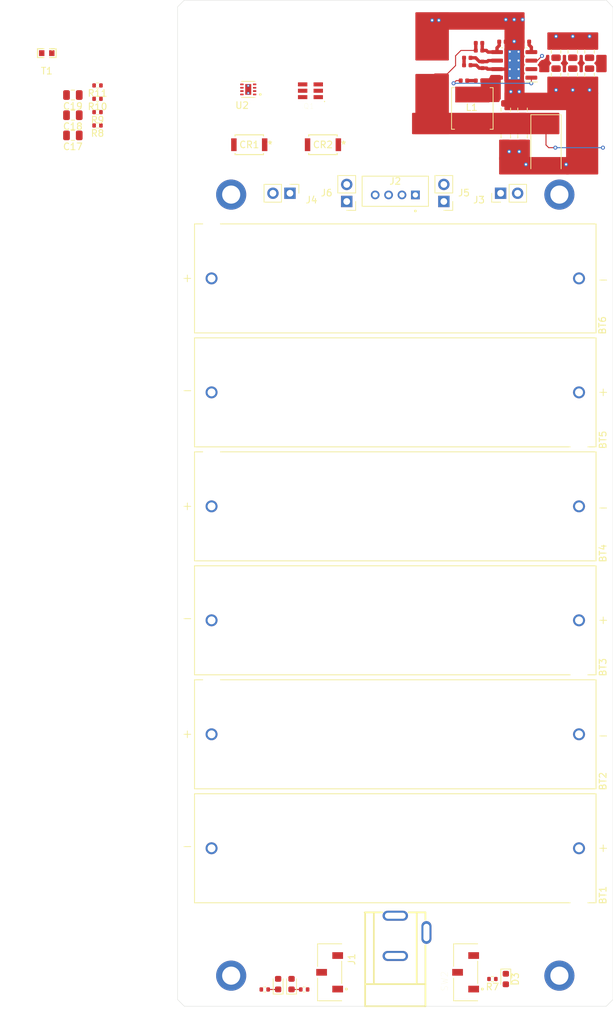
<source format=kicad_pcb>
(kicad_pcb (version 20240108) (generator "pcbnew") (generator_version "8.0")
  (title_block (title "NB3 Charger PCB") (date "2025-01-20") (rev "0.0.0") (company "Voight-Kampff"))
  (layers (0 "F.Cu" signal) (31 "B.Cu" power) (34 "B.Paste" user) (35 "F.Paste" user) (36 "B.SilkS" user "B.Silkscreen") (37 "F.SilkS" user "F.Silkscreen") (38 "B.Mask" user) (39 "F.Mask" user) (44 "Edge.Cuts" user))
  (net 0 "")
  (net 1 "GND")
  (net 2 "Net-(C7-Pad1)")
  (net 3 "+5V")
  (net 4 "Net-(C10-Pad1)")
  (net 5 "+12V")
  (net 6 "Net-(U1-BST)")
  (net 7 "Net-(U1-SS)")
  (net 8 "Net-(U1-COMP)")
  (net 9 "Net-(U1-FB)")
  (net 10 "Net-(D1-K)")
  (net 11 "Net-(D2-K)")
  (net 12 "Net-(U1-SW)")
  (net 13 "Net-(SW1-B)")
  (net 14 "+BATT")
  (net 15 "Net-(BT1-PadN)")
  (net 16 "Net-(BT2-PadN)")
  (net 17 "Net-(BT3-PadN)")
  (net 18 "Net-(BT4-PadN)")
  (net 19 "Net-(BT5-PadN)")
  (net 20 "VDC")
  (net 21 "Net-(Q1-G)")
  (net 22 "Net-(D3-K)")
  (net 23 "Net-(U2-STAT)")
  (net 24 "Net-(U2-VSET)")
  (net 25 "Net-(U2-ISET)")
  (net 26 "Net-(U2-TMR)")
  (net 27 "Net-(SW2-B)")
  (net 28 "Net-(SW2-A)")
  (footprint "NB3_charger:AA_Battery_Holder_1028" (layer "F.Cu") (at 108.500216 67.126746)
    (property "Reference" "BT6" (at 30.93 7 90) (layer "F.SilkS"))
    (property "Value" "1028")
    (pad "" np_thru_hole circle (at -27.43 -7.09) (size 1.98 1.98) (drill 1.98) (layers "*.Cu" "*.Mask"))
    (pad "N" thru_hole circle (at 27.43 0) (size 1.785 1.785) (drill 1.19) (layers "*.Cu" "*.Mask") (net 1 "GND"))
    (pad "P" thru_hole circle (at -27.43 0) (size 1.785 1.785) (drill 1.19) (layers "*.Cu" "*.Mask") (net 19 "Net-(BT5-PadN)"))
  )
  (footprint "Connector_PinHeader_2.54mm:PinHeader_1x02_P2.54mm_Vertical" (layer "F.Cu") (at 92.775216 54.426746 -90)
    (property "Reference" "J4" (at 1 -3.225 360) (layer "F.SilkS"))
    (property "Value" "Conn_01x02_Pin")
    (pad "1" thru_hole rect (at 0 0 270) (size 1.7 1.7) (drill 1) (layers "*.Cu" "*.Mask") (net 1 "GND"))
    (pad "2" thru_hole oval (at 0 2.54 270) (size 1.7 1.7) (drill 1) (layers "*.Cu" "*.Mask") (net 3 "+5V"))
  )
  (footprint "Capacitor_SMD:C_0805_2012Metric" (layer "F.Cu") (at 125.000216 41.964246 90)
    (property "Reference" "C12" (hide yes))
    (property "Value" "10uF")
    (pad "1" smd roundrect (at -0.9375 0 90) (size 0.975 1.4) (layers "F.Cu" "F.Paste" "F.Mask") (net 3 "+5V"))
    (pad "2" smd roundrect (at 0.9375 0 90) (size 0.975 1.4) (layers "F.Cu" "F.Paste" "F.Mask") (net 1 "GND"))
  )
  (footprint "NB3_charger:Thermistor_NTC_NTCG163JF103FT1" (layer "F.Cu") (at 56.468926 33.524941 180)
    (property "Reference" "T1" (at 0 -2.660605 360) (layer "F.SilkS"))
    (property "Value" "NTCG163JF103FT1")
    (pad "1" smd rect (at -0.753366 0 180) (size 0.806477 0.864008) (layers "F.Cu" "F.Paste" "F.Mask") (net 28 "Net-(SW2-A)"))
    (pad "2" smd rect (at 0.753366 0 180) (size 0.806477 0.864008) (layers "F.Cu" "F.Paste" "F.Mask") (net 1 "GND"))
  )
  (footprint "Resistor_SMD:R_0402_1005Metric" (layer "F.Cu") (at 121.000216 37.626746 180)
    (property "Reference" "R2" (hide yes))
    (property "Value" "10R")
    (pad "1" smd roundrect (at -0.485 0 180) (size 0.59 0.64) (layers "F.Cu" "F.Paste" "F.Mask") (net 12 "Net-(U1-SW)"))
    (pad "2" smd roundrect (at 0.485 0 180) (size 0.59 0.64) (layers "F.Cu" "F.Paste" "F.Mask") (net 2 "Net-(C7-Pad1)"))
  )
  (footprint "Resistor_SMD:R_0402_1005Metric" (layer "F.Cu") (at 89.010216 173.1885 180)
    (property "Reference" "R6" (hide yes))
    (property "Value" "1.6k")
    (pad "1" smd roundrect (at -0.51 0 180) (size 0.54 0.64) (layers "F.Cu" "F.Paste" "F.Mask") (net 11 "Net-(D2-K)"))
    (pad "2" smd roundrect (at 0.51 0 180) (size 0.54 0.64) (layers "F.Cu" "F.Paste" "F.Mask") (net 1 "GND"))
  )
  (footprint "Capacitor_SMD:C_0805_2012Metric" (layer "F.Cu") (at 132.500216 36.776746 -90)
    (property "Reference" "C6" (hide yes))
    (property "Value" "10uF 35v")
    (pad "1" smd roundrect (at -0.9375 0 270) (size 0.975 1.4) (layers "F.Cu" "F.Paste" "F.Mask") (net 20 "VDC"))
    (pad "2" smd roundrect (at 0.9375 0 270) (size 0.975 1.4) (layers "F.Cu" "F.Paste" "F.Mask") (net 1 "GND"))
  )
  (footprint "LED_SMD:LED_0603_1608Metric" (layer "F.Cu") (at 91.010216 172.3885 90)
    (property "Reference" "D2" (hide yes))
    (property "Value" "LED (Red)")
    (pad "1" smd roundrect (at -0.7875 0 90) (size 0.875 0.95) (layers "F.Cu" "F.Paste" "F.Mask") (net 11 "Net-(D2-K)"))
    (pad "2" smd roundrect (at 0.7875 0 90) (size 0.875 0.95) (layers "F.Cu" "F.Paste" "F.Mask") (net 3 "+5V"))
  )
  (footprint "Capacitor_Tantalum_SMD:CP_EIA-7343-31_Kemet-D" (layer "F.Cu") (at 131.000216 47.126746 -90)
    (property "Reference" "C16" (hide yes))
    (property "Value" "100uF")
    (pad "1" smd roundrect (at -3.1125 0 270) (size 2.075 2.55) (layers "F.Cu" "F.Paste" "F.Mask") (roundrect_rratio 0.1204819277) (net 3 "+5V"))
    (pad "2" smd roundrect (at 3.1125 0 270) (size 2.075 2.55) (layers "F.Cu" "F.Paste" "F.Mask") (roundrect_rratio 0.1204819277) (net 1 "GND"))
  )
  (footprint "Connector_PinHeader_2.54mm:PinHeader_1x02_P2.54mm_Vertical" (layer "F.Cu") (at 115.750216 55.651746 180)
    (property "Reference" "J5" (at -3 1.275 360) (layer "F.SilkS"))
    (property "Value" "Conn_01x02_Pin")
    (pad "1" thru_hole rect (at 0 0 180) (size 1.7 1.7) (drill 1) (layers "*.Cu" "*.Mask") (net 1 "GND"))
    (pad "2" thru_hole oval (at 0 2.54 180) (size 1.7 1.7) (drill 1) (layers "*.Cu" "*.Mask") (net 20 "VDC"))
  )
  (footprint "NB3_charger:AA_Battery_Holder_1028" (layer "F.Cu") (at 108.500216 135.126746)
    (property "Reference" "BT2" (at 31 7 90) (layer "F.SilkS"))
    (property "Value" "1028")
    (pad "" np_thru_hole circle (at -27.43 -7.09) (size 1.98 1.98) (drill 1.98) (layers "*.Cu" "*.Mask"))
    (pad "N" thru_hole circle (at 27.43 0) (size 1.785 1.785) (drill 1.19) (layers "*.Cu" "*.Mask") (net 16 "Net-(BT2-PadN)"))
    (pad "P" thru_hole circle (at -27.43 0) (size 1.785 1.785) (drill 1.19) (layers "*.Cu" "*.Mask") (net 15 "Net-(BT1-PadN)"))
  )
  (footprint "MountingHole:MountingHole_2.7mm_M2.5_ISO7380_Pad" (layer "F.Cu") (at 133.000216 54.626746 180)
    (property "Reference" "H3" (hide yes))
    (property "Value" "MountingHole")
    (pad "" np_thru_hole circle (at 0 0 180) (size 4.5 4.5) (drill 2.7) (layers "F&B.Cu" "*.Mask"))
  )
  (footprint "MountingHole:MountingHole_2.7mm_M2.5_ISO7380_Pad" (layer "F.Cu") (at 84.000216 171.126746 180)
    (property "Reference" "H2" (hide yes))
    (property "Value" "MountingHole")
    (pad "" np_thru_hole circle (at 0 0 180) (size 4.5 4.5) (drill 2.7) (layers "F&B.Cu" "*.Mask"))
  )
  (footprint "Connector_PinHeader_2.54mm:PinHeader_1x02_P2.54mm_Vertical" (layer "F.Cu") (at 101.250216 55.651746 180)
    (property "Reference" "J6" (at 3 1.275 360) (layer "F.SilkS"))
    (property "Value" "Conn_01x02_Pin")
    (pad "1" thru_hole rect (at 0 0 180) (size 1.7 1.7) (drill 1) (layers "*.Cu" "*.Mask") (net 1 "GND"))
    (pad "2" thru_hole oval (at 0 2.54 180) (size 1.7 1.7) (drill 1) (layers "*.Cu" "*.Mask") (net 20 "VDC"))
  )
  (footprint "Capacitor_SMD:C_0805_2012Metric" (layer "F.Cu") (at 137.500216 36.776746 -90)
    (property "Reference" "C4" (hide yes))
    (property "Value" "10uF 35v")
    (pad "1" smd roundrect (at -0.9375 0 270) (size 0.975 1.4) (layers "F.Cu" "F.Paste" "F.Mask") (net 20 "VDC"))
    (pad "2" smd roundrect (at 0.9375 0 270) (size 0.975 1.4) (layers "F.Cu" "F.Paste" "F.Mask") (net 1 "GND"))
  )
  (footprint "Capacitor_SMD:C_0805_2012Metric" (layer "F.Cu") (at 127.500216 45.964246 -90)
    (property "Reference" "C14" (hide yes))
    (property "Value" "10uF")
    (pad "1" smd roundrect (at -0.9375 0 270) (size 0.975 1.4) (layers "F.Cu" "F.Paste" "F.Mask") (net 3 "+5V"))
    (pad "2" smd roundrect (at 0.9375 0 270) (size 0.975 1.4) (layers "F.Cu" "F.Paste" "F.Mask") (net 1 "GND"))
  )
  (footprint "Resistor_SMD:R_0402_1005Metric" (layer "F.Cu") (at 119.250216 34.226746 180)
    (property "Reference" "R3" (hide yes))
    (property "Value" "20K 1%")
    (pad "1" smd roundrect (at -0.485 0 180) (size 0.59 0.64) (layers "F.Cu" "F.Paste" "F.Mask") (net 8 "Net-(U1-COMP)"))
    (pad "2" smd roundrect (at 0.485 0 180) (size 0.59 0.64) (layers "F.Cu" "F.Paste" "F.Mask") (net 4 "Net-(C10-Pad1)"))
  )
  (footprint "NB3_charger:AA_Battery_Holder_1028" (layer "F.Cu") (at 108.500216 101.126746)
    (property "Reference" "BT4" (at 31 7 90) (layer "F.SilkS"))
    (property "Value" "1028")
    (pad "" np_thru_hole circle (at -27.43 -7.09) (size 1.98 1.98) (drill 1.98) (layers "*.Cu" "*.Mask"))
    (pad "N" thru_hole circle (at 27.43 0) (size 1.785 1.785) (drill 1.19) (layers "*.Cu" "*.Mask") (net 18 "Net-(BT4-PadN)"))
    (pad "P" thru_hole circle (at -27.43 0) (size 1.785 1.785) (drill 1.19) (layers "*.Cu" "*.Mask") (net 17 "Net-(BT3-PadN)"))
  )
  (footprint "NB3_charger:Switch_SPDT_SMD_Slide_JS102011JCQN" (layer "F.Cu") (at 119.000216 170.626746 90)
    (property "Reference" "SW2" (at -1.326325 -3.138175 90) (layer "F.SilkS") (effects (font (size 1.001016 1.001016) (thickness 0.015))))
    (property "Value" "SW_SPDT")
    (pad "1" smd rect (at -2.5 1.2 90) (size 1 1.6) (layers "F.Cu" "F.Paste" "F.Mask") (net 28 "Net-(SW2-A)"))
    (pad "2" smd rect (at 0 -1.2 90) (size 1 1.6) (layers "F.Cu" "F.Paste" "F.Mask") (net 27 "Net-(SW2-B)"))
    (pad "3" smd rect (at 2.5 1.2 90) (size 1 1.6) (layers "F.Cu" "F.Paste" "F.Mask") (net 1 "GND"))
  )
  (footprint "Resistor_SMD:R_0402_1005Metric" (layer "F.Cu") (at 94.900216 173.1885)
    (property "Reference" "R1" (hide yes))
    (property "Value" "5.6k")
    (pad "1" smd roundrect (at -0.51 0) (size 0.54 0.64) (layers "F.Cu" "F.Paste" "F.Mask") (net 10 "Net-(D1-K)"))
    (pad "2" smd roundrect (at 0.51 0) (size 0.54 0.64) (layers "F.Cu" "F.Paste" "F.Mask") (net 1 "GND"))
  )
  (footprint "NB3_charger:Barrel_Jack_TH_XUNPU_DC-005-A200" (layer "F.Cu") (at 110.825591 165.188373 90)
    (property "Reference" "J1" (at -3.499886 -8.825603 90) (layer "F.SilkS"))
    (property "Value" "Barrel_Jack-DC-5.5-2.1")
    (pad "1" thru_hole oval (at 3.000127 -2.325375 90) (size 1.5 3.8) (drill oval 0.900025 3.100178) (layers "*.Cu" "*.Mask") (net 5 "+12V"))
    (pad "2" thru_hole oval (at -3.000127 -2.325375 270) (size 1.5 3.8) (drill oval 0.900025 3.100178) (layers "*.Cu" "*.Mask") (net 1 "GND"))
    (pad "3" thru_hole oval (at 0.5 2.325375) (size 1.5 3.4) (drill oval 0.900025 2.599797) (layers "*.Cu" "*.Mask") (net 1 "GND"))
  )
  (footprint "Capacitor_SMD:C_0805_2012Metric" (layer "F.Cu") (at 60.365216 42.786746 180)
    (property "Reference" "C18" (at 0 -1.68 360) (layer "F.SilkS"))
    (property "Value" "10uF")
    (pad "1" smd roundrect (at -0.95 0 180) (size 1 1.45) (layers "F.Cu" "F.Paste" "F.Mask") (net 14 "+BATT"))
    (pad "2" smd roundrect (at 0.95 0 180) (size 1 1.45) (layers "F.Cu" "F.Paste" "F.Mask") (net 1 "GND"))
  )
  (footprint "NB3_charger:AA_Battery_Holder_1028" (layer "F.Cu") (at 108.500216 84.126746 180)
    (property "Reference" "BT5" (at -31 -7.09 90) (layer "F.SilkS"))
    (property "Value" "1028")
    (pad "" np_thru_hole circle (at -27.43 -7.09 180) (size 1.98 1.98) (drill 1.98) (layers "*.Cu" "*.Mask"))
    (pad "N" thru_hole circle (at 27.43 0 180) (size 1.785 1.785) (drill 1.19) (layers "*.Cu" "*.Mask") (net 19 "Net-(BT5-PadN)"))
    (pad "P" thru_hole circle (at -27.43 0 180) (size 1.785 1.785) (drill 1.19) (layers "*.Cu" "*.Mask") (net 18 "Net-(BT4-PadN)"))
  )
  (footprint "NB3_charger:Switch_SPDT_SMD_Slide_JS102011JCQN" (layer "F.Cu") (at 98.700216 170.626746 90)
    (property "Reference" "SW1" (hide yes))
    (property "Value" "SW_SPDT" (hide yes))
    (pad "1" smd rect (at -2.5 1.2 90) (size 1 1.6) (layers "F.Cu" "F.Paste" "F.Mask") (net 20 "VDC"))
    (pad "2" smd rect (at 0 -1.2 90) (size 1 1.6) (layers "F.Cu" "F.Paste" "F.Mask") (net 13 "Net-(SW1-B)"))
    (pad "3" smd rect (at 2.5 1.2 90) (size 1 1.6) (layers "F.Cu" "F.Paste" "F.Mask") (net 1 "GND"))
  )
  (footprint "Capacitor_SMD:C_0402_1005Metric" (layer "F.Cu") (at 119.250216 35.326746)
    (property "Reference" "C10" (hide yes))
    (property "Value" "1.2nF")
    (pad "1" smd roundrect (at -0.485 0) (size 0.59 0.64) (layers "F.Cu" "F.Paste" "F.Mask") (net 4 "Net-(C10-Pad1)"))
    (pad "2" smd roundrect (at 0.485 0) (size 0.59 0.64) (layers "F.Cu" "F.Paste" "F.Mask") (net 1 "GND"))
  )
  (footprint "Capacitor_SMD:C_0805_2012Metric" (layer "F.Cu") (at 137.500216 33.276746 90)
    (property "Reference" "C3" (hide yes))
    (property "Value" "10uF 35v")
    (pad "1" smd roundrect (at -0.9375 0 90) (size 0.975 1.4) (layers "F.Cu" "F.Paste" "F.Mask") (net 20 "VDC"))
    (pad "2" smd roundrect (at 0.9375 0 90) (size 0.975 1.4) (layers "F.Cu" "F.Paste" "F.Mask") (net 1 "GND"))
  )
  (footprint "Capacitor_SMD:C_0805_2012Metric" (layer "F.Cu") (at 60.365216 39.776746 180)
    (property "Reference" "C19" (at 0 -1.68 360) (layer "F.SilkS"))
    (property "Value" "10uF 35v")
    (pad "1" smd roundrect (at -0.95 0 180) (size 1 1.45) (layers "F.Cu" "F.Paste" "F.Mask") (net 5 "+12V"))
    (pad "2" smd roundrect (at 0.95 0 180) (size 1 1.45) (layers "F.Cu" "F.Paste" "F.Mask") (net 1 "GND"))
  )
  (footprint "Connector_PinHeader_2.54mm:PinHeader_1x02_P2.54mm_Vertical" (layer "F.Cu") (at 124.225216 54.426746 90)
    (property "Reference" "J3" (at -1 -3.225 360) (layer "F.SilkS"))
    (property "Value" "Conn_01x02_Pin")
    (pad "1" thru_hole rect (at 0 0 90) (size 1.7 1.7) (drill 1) (layers "*.Cu" "*.Mask") (net 1 "GND"))
    (pad "2" thru_hole oval (at 0 2.54 90) (size 1.7 1.7) (drill 1) (layers "*.Cu" "*.Mask") (net 3 "+5V"))
  )
  (footprint "Resistor_SMD:R_0402_1005Metric" (layer "F.Cu") (at 64.045216 38.346746 180)
    (property "Reference" "R11" (at 0 -1.17 360) (layer "F.SilkS"))
    (property "Value" "15K 1%")
    (pad "1" smd roundrect (at -0.51 0 180) (size 0.54 0.64) (layers "F.Cu" "F.Paste" "F.Mask") (net 21 "Net-(Q1-G)"))
    (pad "2" smd roundrect (at 0.51 0 180) (size 0.54 0.64) (layers "F.Cu" "F.Paste" "F.Mask") (net 1 "GND"))
  )
  (footprint "Capacitor_SMD:C_0805_2012Metric" (layer "F.Cu") (at 135.000216 33.276746 90)
    (property "Reference" "C1" (hide yes))
    (property "Value" "10uF 35v")
    (pad "1" smd roundrect (at -0.9375 0 90) (size 0.975 1.4) (layers "F.Cu" "F.Paste" "F.Mask") (net 20 "VDC"))
    (pad "2" smd roundrect (at 0.9375 0 90) (size 0.975 1.4) (layers "F.Cu" "F.Paste" "F.Mask") (net 1 "GND"))
  )
  (footprint "Capacitor_SMD:C_0805_2012Metric" (layer "F.Cu") (at 125.000216 45.964246 -90)
    (property "Reference" "C15" (hide yes))
    (property "Value" "10uF")
    (pad "1" smd roundrect (at -0.9375 0 270) (size 0.975 1.4) (layers "F.Cu" "F.Paste" "F.Mask") (net 3 "+5V"))
    (pad "2" smd roundrect (at 0.9375 0 270) (size 0.975 1.4) (layers "F.Cu" "F.Paste" "F.Mask") (net 1 "GND"))
  )
  (footprint "LED_SMD:LED_0603_1608Metric" (layer "F.Cu") (at 93.010216 172.3885 90)
    (property "Reference" "D1" (hide yes))
    (property "Value" "LED (Green)")
    (pad "1" smd roundrect (at -0.7875 0 90) (size 0.875 0.95) (layers "F.Cu" "F.Paste" "F.Mask") (net 10 "Net-(D1-K)"))
    (pad "2" smd roundrect (at 0.7875 0 90) (size 0.875 0.95) (layers "F.Cu" "F.Paste" "F.Mask") (net 5 "+12V"))
  )
  (footprint "Capacitor_SMD:C_0805_2012Metric" (layer "F.Cu") (at 135.000216 36.776746 -90)
    (property "Reference" "C5" (hide yes))
    (property "Value" "10uF 35v")
    (pad "1" smd roundrect (at -0.9375 0 270) (size 0.975 1.4) (layers "F.Cu" "F.Paste" "F.Mask") (net 20 "VDC"))
    (pad "2" smd roundrect (at 0.9375 0 270) (size 0.975 1.4) (layers "F.Cu" "F.Paste" "F.Mask") (net 1 "GND"))
  )
  (footprint "Capacitor_SMD:C_0402_1005Metric" (layer "F.Cu") (at 121.500216 35.276746 -90)
    (property "Reference" "C9" (hide yes))
    (property "Value" "1nF")
    (pad "1" smd roundrect (at -0.485 0 270) (size 0.59 0.64) (layers "F.Cu" "F.Paste" "F.Mask") (net 8 "Net-(U1-COMP)"))
    (pad "2" smd roundrect (at 0.485 0 270) (size 0.59 0.64) (layers "F.Cu" "F.Paste" "F.Mask") (net 1 "GND"))
  )
  (footprint "Resistor_SMD:R_0402_1005Metric" (layer "F.Cu") (at 64.045216 40.336746 180)
    (property "Reference" "R10" (at 0 -1.17 360) (layer "F.SilkS"))
    (property "Value" "15K 1%")
    (pad "1" smd roundrect (at -0.51 0 180) (size 0.54 0.64) (layers "F.Cu" "F.Paste" "F.Mask") (net 26 "Net-(U2-TMR)"))
    (pad "2" smd roundrect (at 0.51 0 180) (size 0.54 0.64) (layers "F.Cu" "F.Paste" "F.Mask") (net 1 "GND"))
  )
  (footprint "NB3_charger:AA_Battery_Holder_1028" (layer "F.Cu") (at 108.500216 152.126746 180)
    (property "Reference" "BT1" (at -31 -7 90) (layer "F.SilkS"))
    (property "Value" "1028")
    (pad "" np_thru_hole circle (at -27.43 -7.09 180) (size 1.98 1.98) (drill 1.98) (layers "*.Cu" "*.Mask"))
    (pad "N" thru_hole circle (at 27.43 0 180) (size 1.785 1.785) (drill 1.19) (layers "*.Cu" "*.Mask") (net 15 "Net-(BT1-PadN)"))
    (pad "P" thru_hole circle (at -27.43 0 180) (size 1.785 1.785) (drill 1.19) (layers "*.Cu" "*.Mask") (net 14 "+BATT"))
  )
  (footprint "MountingHole:MountingHole_2.7mm_M2.5_ISO7380_Pad" (layer "F.Cu") (at 84.000216 54.626746 180)
    (property "Reference" "H4" (hide yes))
    (property "Value" "MountingHole")
    (pad "" np_thru_hole circle (at 0 0 180) (size 4.5 4.5) (drill 2.7) (layers "F&B.Cu" "*.Mask"))
  )
  (footprint "Capacitor_SMD:C_0402_1005Metric" (layer "F.Cu") (at 118.750216 37.626746 180)
    (property "Reference" "C7" (hide yes))
    (property "Value" "100nF")
    (pad "1" smd roundrect (at -0.485 0 180) (size 0.59 0.64) (layers "F.Cu" "F.Paste" "F.Mask") (net 2 "Net-(C7-Pad1)"))
    (pad "2" smd roundrect (at 0.485 0 180) (size 0.59 0.64) (layers "F.Cu" "F.Paste" "F.Mask") (net 6 "Net-(U1-BST)"))
  )
  (footprint "Resistor_SMD:R_0402_1005Metric" (layer "F.Cu") (at 123.000216 171.626746 180)
    (property "Reference" "R7" (at 0 -1.17 360) (layer "F.SilkS"))
    (property "Value" "5.6k")
    (pad "1" smd roundrect (at -0.51 0 180) (size 0.54 0.64) (layers "F.Cu" "F.Paste" "F.Mask") (net 22 "Net-(D3-K)"))
    (pad "2" smd roundrect (at 0.51 0 180) (size 0.54 0.64) (layers "F.Cu" "F.Paste" "F.Mask") (net 23 "Net-(U2-STAT)"))
  )
  (footprint "Resistor_SMD:R_0402_1005Metric" (layer "F.Cu") (at 64.045216 44.316746 180)
    (property "Reference" "R8" (at 0 -1.17 360) (layer "F.SilkS"))
    (property "Value" "3.6K 1%")
    (pad "1" smd roundrect (at -0.51 0 180) (size 0.54 0.64) (layers "F.Cu" "F.Paste" "F.Mask") (net 24 "Net-(U2-VSET)"))
    (pad "2" smd roundrect (at 0.51 0 180) (size 0.54 0.64) (layers "F.Cu" "F.Paste" "F.Mask") (net 1 "GND"))
  )
  (footprint "NB3_charger:Schottky_PMEG3050EP,115" (layer "F.Cu") (at 86.701516 47.1885 180)
    (property "Reference" "CR1" (at 0 0 360) (layer "F.SilkS"))
    (property "Value" "Schottky_PMEG3050EP,115" (hide yes))
    (fp_text user "*" (at -3.0861 0 360) (layer "F.SilkS"))
    (fp_text user "*" (at -3.0861 0 360) (layer "F.SilkS"))
    (pad "1" smd rect (at -2.2987 0 180) (size 0.8128 1.905) (layers "F.Cu" "F.Paste" "F.Mask") (net 21 "Net-(Q1-G)"))
    (pad "2" smd rect (at 2.2987 0 180) (size 0.8128 1.905) (layers "F.Cu" "F.Paste" "F.Mask") (net 5 "+12V"))
  )
  (footprint "NB3_charger:NiMH_Charger_BQ25172DSGR" (layer "F.Cu") (at 86.550216 38.9385 180)
    (property "Reference" "U2" (at 0.925 -2.385 360) (layer "F.SilkS"))
    (property "Value" "BQ25172DSGR")
    (pad "1" smd roundrect (at -0.95 -0.75 180) (size 0.5 0.25) (layers "F.Cu" "F.Paste" "F.Mask") (roundrect_rratio 0.2) (net 5 "+12V"))
    (pad "2" smd roundrect (at -0.95 -0.25 180) (size 0.5 0.25) (layers "F.Cu" "F.Paste" "F.Mask") (roundrect_rratio 0.2) (net 25 "Net-(U2-ISET)"))
    (pad "3" smd roundrect (at -0.95 0.25 180) (size 0.5 0.25) (layers "F.Cu" "F.Paste" "F.Mask") (roundrect_rratio 0.2) (net 27 "Net-(SW2-B)"))
    (pad "4" smd roundrect (at -0.95 0.75 180) (size 0.5 0.25) (layers "F.Cu" "F.Paste" "F.Mask") (roundrect_rratio 0.2) (net 1 "GND"))
    (pad "5" smd roundrect (at 0.95 0.75 180) (size 0.5 0.25) (layers "F.Cu" "F.Paste" "F.Mask") (roundrect_rratio 0.2) (net 23 "Net-(U2-STAT)"))
    (pad "6" smd roundrect (at 0.95 0.25 180) (size 0.5 0.25) (layers "F.Cu" "F.Paste" "F.Mask") (roundrect_rratio 0.2) (net 26 "Net-(U2-TMR)"))
    (pad "7" smd roundrect (at 0.95 -0.25 180) (size 0.5 0.25) (layers "F.Cu" "F.Paste" "F.Mask") (roundrect_rratio 0.2) (net 24 "Net-(U2-VSET)"))
    (pad "8" smd roundrect (at 0.95 -0.75 180) (size 0.5 0.25) (layers "F.Cu" "F.Paste" "F.Mask") (roundrect_rratio 0.2) (net 14 "+BATT"))
    (pad "9" smd roundrect (at 0 0 180) (size 0.9 1.6) (layers "F.Cu" "F.Mask") (roundrect_rratio 0.06) (net 1 "GND"))
    (pad "10" thru_hole circle (at 0 -0.55 180) (size 0.4 0.4) (drill 0.2) (layers "*.Cu"))
    (pad "11" thru_hole circle (at 0 0.55 180) (size 0.4 0.4) (drill 0.2) (layers "*.Cu"))
  )
  (footprint "MountingHole:MountingHole_2.7mm_M2.5_ISO7380_Pad" (layer "F.Cu") (at 133.000216 171.126746 180)
    (property "Reference" "H1" (hide yes))
    (property "Value" "MountingHole")
    (pad "" np_thru_hole circle (at 0 0 180) (size 4.5 4.5) (drill 2.7) (layers "F&B.Cu" "*.Mask"))
  )
  (footprint "NB3_charger:PMOS_SMD_FDC658AP" (layer "F.Cu") (at 95.835216 39.1385 180)
    (property "Reference" "Q1" (at 0.24017 -2.30964 360) (layer "F.SilkS") (effects (font (size 0.800567 0.800567) (thickness 0.015))))
    (property "Value" "PMOS_FDC658AP")
    (pad "1" smd rect (at -1.165 -0.95 180) (size 1.4 0.6) (layers "F.Cu" "F.Paste" "F.Mask") (net 14 "+BATT"))
    (pad "2" smd rect (at -1.165 0 180) (size 1.4 0.6) (layers "F.Cu" "F.Paste" "F.Mask") (net 14 "+BATT"))
    (pad "3" smd rect (at -1.165 0.95 180) (size 1.4 0.6) (layers "F.Cu" "F.Paste" "F.Mask") (net 21 "Net-(Q1-G)"))
    (pad "4" smd rect (at 1.165 0.95 180) (size 1.4 0.6) (layers "F.Cu" "F.Paste" "F.Mask") (net 20 "VDC"))
    (pad "5" smd rect (at 1.165 0 180) (size 1.4 0.6) (layers "F.Cu" "F.Paste" "F.Mask") (net 14 "+BATT"))
    (pad "6" smd rect (at 1.165 -0.95 180) (size 1.4 0.6) (layers "F.Cu" "F.Paste" "F.Mask") (net 14 "+BATT"))
  )
  (footprint "Resistor_SMD:R_0402_1005Metric" (layer "F.Cu") (at 121.000216 33.126746)
    (property "Reference" "R4" (hide yes))
    (property "Value" "12K 1%")
    (pad "1" smd roundrect (at -0.485 0) (size 0.59 0.64) (layers "F.Cu" "F.Paste" "F.Mask") (net 3 "+5V"))
    (pad "2" smd roundrect (at 0.485 0) (size 0.59 0.64) (layers "F.Cu" "F.Paste" "F.Mask") (net 9 "Net-(U1-FB)"))
  )
  (footprint "Capacitor_SMD:C_0805_2012Metric" (layer "F.Cu") (at 127.500216 41.964246 90)
    (property "Reference" "C13" (hide yes))
    (property "Value" "10uF")
    (pad "1" smd roundrect (at -0.9375 0 90) (size 0.975 1.4) (layers "F.Cu" "F.Paste" "F.Mask") (net 3 "+5V"))
    (pad "2" smd roundrect (at 0.9375 0 90) (size 0.975 1.4) (layers "F.Cu" "F.Paste" "F.Mask") (net 1 "GND"))
  )
  (footprint "Capacitor_SMD:C_0805_2012Metric" (layer "F.Cu") (at 60.365216 45.796746 180)
    (property "Reference" "C17" (at 0 -1.68 360) (layer "F.SilkS"))
    (property "Value" "10uF 35v")
    (pad "1" smd roundrect (at -0.95 0 180) (size 1 1.45) (layers "F.Cu" "F.Paste" "F.Mask") (net 5 "+12V"))
    (pad "2" smd roundrect (at 0.95 0 180) (size 1 1.45) (layers "F.Cu" "F.Paste" "F.Mask") (net 1 "GND"))
  )
  (footprint "Capacitor_SMD:C_0805_2012Metric" (layer "F.Cu") (at 132.500216 33.276746 90)
    (property "Reference" "C2" (hide yes))
    (property "Value" "10uF 35v")
    (pad "1" smd roundrect (at -0.9375 0 90) (size 0.975 1.4) (layers "F.Cu" "F.Paste" "F.Mask") (net 20 "VDC"))
    (pad "2" smd roundrect (at 0.9375 0 90) (size 0.975 1.4) (layers "F.Cu" "F.Paste" "F.Mask") (net 1 "GND"))
  )
  (footprint "LED_SMD:LED_0603_1608Metric" (layer "F.Cu") (at 125.000216 171.626746 -90)
    (property "Reference" "D3" (at 0 -1.43 90) (layer "F.SilkS"))
    (property "Value" "LED (Yellow)")
    (pad "1" smd roundrect (at -0.7875 0 270) (size 0.875 0.95) (layers "F.Cu" "F.Paste" "F.Mask") (net 22 "Net-(D3-K)"))
    (pad "2" smd roundrect (at 0.7875 0 270) (size 0.875 0.95) (layers "F.Cu" "F.Paste" "F.Mask") (net 5 "+12V"))
  )
  (footprint "Capacitor_SMD:C_0402_1005Metric" (layer "F.Cu") (at 121.000216 32.026746)
    (property "Reference" "C11" (hide yes))
    (property "Value" "1nF")
    (pad "1" smd roundrect (at -0.485 0) (size 0.59 0.64) (layers "F.Cu" "F.Paste" "F.Mask") (net 3 "+5V"))
    (pad "2" smd roundrect (at 0.485 0) (size 0.59 0.64) (layers "F.Cu" "F.Paste" "F.Mask") (net 9 "Net-(U1-FB)"))
  )
  (footprint "Inductor_SMD:L_Bourns_SRN6045TA" (layer "F.Cu") (at 120.000216 41.776746 -90)
    (property "Reference" "L1" (at -0.15 0.1 360) (layer "F.SilkS"))
    (property "Value" "SRN6045TA-2R2Y" (hide yes))
    (pad "1" smd rect (at -2.075 0 270) (size 2.35 5.1) (layers "F.Cu" "F.Paste" "F.Mask") (net 12 "Net-(U1-SW)"))
    (pad "2" smd rect (at 2.075 0 270) (size 2.35 5.1) (layers "F.Cu" "F.Paste" "F.Mask") (net 3 "+5V"))
  )
  (footprint "Capacitor_SMD:C_0402_1005Metric" (layer "F.Cu") (at 128.000216 31.826746 180)
    (property "Reference" "C8" (hide yes))
    (property "Value" "100nF")
    (pad "1" smd roundrect (at -0.485 0 180) (size 0.59 0.64) (layers "F.Cu" "F.Paste" "F.Mask") (net 7 "Net-(U1-SS)"))
    (pad "2" smd roundrect (at 0.485 0 180) (size 0.59 0.64) (layers "F.Cu" "F.Paste" "F.Mask") (net 1 "GND"))
  )
  (footprint "Resistor_SMD:R_0402_1005Metric" (layer "F.Cu") (at 124.500216 31.826746)
    (property "Reference" "R5" (hide yes))
    (property "Value" "2.2K 1%")
    (pad "1" smd roundrect (at -0.485 0) (size 0.59 0.64) (layers "F.Cu" "F.Paste" "F.Mask") (net 9 "Net-(U1-FB)"))
    (pad "2" smd roundrect (at 0.485 0) (size 0.59 0.64) (layers "F.Cu" "F.Paste" "F.Mask") (net 1 "GND"))
  )
  (footprint "NB3_charger:Voltage_Regulator_AP64501" (layer "F.Cu") (at 126.250216 35.276746 180)
    (property "Reference" "U1" (hide yes))
    (property "Value" "Voltage_Regulator_AP64501" (hide yes))
    (pad "1" smd roundrect (at -2.5625 -1.905 180) (size 1.775 0.6) (layers "F.Cu" "F.Paste" "F.Mask") (net 6 "Net-(U1-BST)"))
    (pad "2" smd roundrect (at -2.5625 -0.635 180) (size 1.775 0.6) (layers "F.Cu" "F.Paste" "F.Mask") (net 20 "VDC"))
    (pad "3" smd roundrect (at -2.5625 0.635 180) (size 1.775 0.6) (layers "F.Cu" "F.Paste" "F.Mask") (net 13 "Net-(SW1-B)"))
    (pad "4" smd roundrect (at -2.5625 1.905 180) (size 1.775 0.6) (layers "F.Cu" "F.Paste" "F.Mask") (net 7 "Net-(U1-SS)"))
    (pad "5" smd roundrect (at 2.5625 1.905 180) (size 1.775 0.6) (layers "F.Cu" "F.Paste" "F.Mask") (net 9 "Net-(U1-FB)"))
    (pad "6" smd roundrect (at 2.5625 0.635 180) (size 1.775 0.6) (layers "F.Cu" "F.Paste" "F.Mask") (net 8 "Net-(U1-COMP)"))
    (pad "7" smd roundrect (at 2.5625 -0.635 180) (size 1.775 0.6) (layers "F.Cu" "F.Paste" "F.Mask") (net 1 "GND"))
    (pad "8" smd roundrect (at 2.5625 -1.905 180) (size 1.775 0.6) (layers "F.Cu" "F.Paste" "F.Mask") (net 12 "Net-(U1-SW)"))
    (pad "9" thru_hole circle (at -0.65 -1.95 180) (size 0.5 0.5) (drill 0.3) (layers "*.Cu") (net 1 "GND"))
    (pad "9" thru_hole circle (at -0.65 -0.65 180) (size 0.5 0.5) (drill 0.3) (layers "*.Cu") (net 1 "GND"))
    (pad "9" thru_hole circle (at -0.65 0.65 90) (size 0.5 0.5) (drill 0.3) (layers "*.Cu") (net 1 "GND"))
    (pad "9" thru_hole circle (at -0.65 1.95 180) (size 0.5 0.5) (drill 0.3) (layers "*.Cu") (net 1 "GND"))
    (pad "9" smd rect (at 0 0 180) (size 1.8 4.4) (layers "B.Cu" "B.Mask") (net 1 "GND"))
    (pad "9" smd rect (at 0 0 180) (size 2.95 4.9) (layers "F.Cu") (net 1 "GND"))
    (pad "9" thru_hole circle (at 0.65 -1.95 180) (size 0.5 0.5) (drill 0.3) (layers "*.Cu") (net 1 "GND"))
    (pad "9" thru_hole circle (at 0.65 -0.65 180) (size 0.5 0.5) (drill 0.3) (layers "*.Cu") (net 1 "GND"))
    (pad "9" thru_hole circle (at 0.65 0.65 180) (size 0.5 0.5) (drill 0.3) (layers "*.Cu") (net 1 "GND"))
    (pad "9" thru_hole circle (at 0.65 1.95 180) (size 0.5 0.5) (drill 0.3) (layers "*.Cu") (net 1 "GND"))
  )
  (footprint "Resistor_SMD:R_0402_1005Metric" (layer "F.Cu") (at 64.045216 42.326746 180)
    (property "Reference" "R9" (at 0 -1.17 360) (layer "F.SilkS"))
    (property "Value" "1.5K 1%")
    (pad "1" smd roundrect (at -0.51 0 180) (size 0.54 0.64) (layers "F.Cu" "F.Paste" "F.Mask") (net 25 "Net-(U2-ISET)"))
    (pad "2" smd roundrect (at 0.51 0 180) (size 0.54 0.64) (layers "F.Cu" "F.Paste" "F.Mask") (net 1 "GND"))
  )
  (footprint "NB3_charger:AA_Battery_Holder_1028" (layer "F.Cu") (at 108.500216 118.126746 180)
    (property "Reference" "BT3" (at -31 -7 90) (layer "F.SilkS"))
    (property "Value" "1028")
    (pad "" np_thru_hole circle (at -27.43 -7.09 180) (size 1.98 1.98) (drill 1.98) (layers "*.Cu" "*.Mask"))
    (pad "N" thru_hole circle (at 27.43 0 180) (size 1.785 1.785) (drill 1.19) (layers "*.Cu" "*.Mask") (net 17 "Net-(BT3-PadN)"))
    (pad "P" thru_hole circle (at -27.43 0 180) (size 1.785 1.785) (drill 1.19) (layers "*.Cu" "*.Mask") (net 16 "Net-(BT2-PadN)"))
  )
  (footprint "NB3_charger:Schottky_PMEG3050EP,115" (layer "F.Cu") (at 97.701516 47.1885 180)
    (property "Reference" "CR2" (at 0 0 360) (layer "F.SilkS"))
    (property "Value" "Schottky_PMEG3050EP,115" (hide yes))
    (fp_text user "*" (at -3.0861 0 360) (layer "F.SilkS"))
    (fp_text user "*" (at -3.0861 0 360) (layer "F.SilkS"))
    (pad "1" smd rect (at -2.2987 0 180) (size 0.8128 1.905) (layers "F.Cu" "F.Paste" "F.Mask") (net 20 "VDC"))
    (pad "2" smd rect (at 2.2987 0 180) (size 0.8128 1.905) (layers "F.Cu" "F.Paste" "F.Mask") (net 5 "+12V"))
  )
  (footprint "NB3_charger:Connector_B4B-PH-K-S(LF)(SN)" (layer "F.Cu") (at 108.500216 54.126746)
    (property "Reference" "J2" (at 0 -1.5 360) (layer "F.SilkS"))
    (property "Value" "B4B-PH-K-S")
    (pad "1" thru_hole rect (at 3 0.55) (size 1.308 1.308) (drill 0.8) (layers "*.Cu" "*.Mask") (net 3 "+5V"))
    (pad "2" thru_hole circle (at 1 0.55) (size 1.308 1.308) (drill 0.8) (layers "*.Cu" "*.Mask") (net 3 "+5V"))
    (pad "3" thru_hole circle (at -1 0.55) (size 1.308 1.308) (drill 0.8) (layers "*.Cu" "*.Mask") (net 1 "GND"))
    (pad "4" thru_hole circle (at -3 0.55) (size 1.308 1.308) (drill 0.8) (layers "*.Cu" "*.Mask") (net 1 "GND"))
  )
  (gr_line (start 76.000216 26.626746) (end 77.000216 25.626746) (stroke (width 0.05)) (layer "Edge.Cuts"))
  (gr_line (start 140.000216 175.6885) (end 77.000216 175.6885) (stroke (width 0.05)) (layer "Edge.Cuts"))
  (gr_line (start 141.000216 26.6885) (end 141.000216 174.6885) (stroke (width 0.05)) (layer "Edge.Cuts"))
  (gr_line (start 77.000216 25.626746) (end 140.000216 25.626746) (stroke (width 0.05)) (layer "Edge.Cuts"))
  (gr_line (start 77.000216 175.6885) (end 76.000216 174.6885) (stroke (width 0.05)) (layer "Edge.Cuts"))
  (gr_line (start 76.000216 174.6885) (end 76.000216 26.626746) (stroke (width 0.05)) (layer "Edge.Cuts"))
  (gr_line (start 141.000216 174.6885) (end 140.000216 175.6885) (stroke (width 0.05)) (layer "Edge.Cuts"))
  (gr_line (start 140.000216 25.626746) (end 141.000216 26.6885) (stroke (width 0.05)) (layer "Edge.Cuts"))
  (segment (start 125.000216 46.901746) (end 127.500216 46.901746) (width 0.15) (layer "F.Cu") (net 1))
  (segment (start 123.687716 35.911746) (end 122.285216 35.911746) (width 0.5) (layer "F.Cu") (net 1))
  (segment (start 127.000216 34.526746) (end 126.250216 35.276746) (width 0.15) (layer "F.Cu") (net 1))
  (segment (start 122.135216 35.761746) (end 121.500216 35.761746) (width 0.5) (layer "F.Cu") (net 1))
  (segment (start 125.585216 35.911746) (end 125.600216 35.926746) (width 0.15) (layer "F.Cu") (net 1))
  (segment (start 121.035216 35.761746) (end 120.600216 35.326746) (width 0.5) (layer "F.Cu") (net 1))
  (segment (start 120.600216 35.326746) (end 119.735216 35.326746) (width 0.5) (layer "F.Cu") (net 1))
  (segment (start 123.687716 35.911746) (end 125.585216 35.911746) (width 0.5) (layer "F.Cu") (net 1))
  (segment (start 121.500216 35.761746) (end 121.035216 35.761746) (width 0.5) (layer "F.Cu") (net 1))
  (segment (start 122.285216 35.911746) (end 122.135216 35.761746) (width 0.5) (layer "F.Cu") (net 1))
  (via (at 126.250216 31.776746) (size 0.6) (drill 0.3) (layers "F.Cu" "B.Cu") (net 1))
  (via (at 137.500216 39.026746) (size 0.6) (drill 0.3) (layers "F.Cu" "B.Cu") (net 1))
  (via (at 127.000216 48.214246) (size 0.6) (drill 0.3) (layers "F.Cu" "B.Cu") (net 1))
  (via (at 115.000216 28.626746) (size 0.6) (drill 0.3) (layers "F.Cu" "B.Cu") (net 1))
  (via (at 128.000216 50.126746) (size 0.6) (drill 0.3) (layers "F.Cu" "B.Cu") (net 1))
  (via (at 126.250216 28.526746) (size 0.6) (drill 0.3) (layers "F.Cu" "B.Cu") (net 1))
  (via (at 132.500216 31.026746) (size 0.6) (drill 0.3) (layers "F.Cu" "B.Cu") (net 1))
  (via (at 125.750216 39.276746) (size 0.6) (drill 0.3) (layers "F.Cu" "B.Cu") (net 1))
  (via (at 137.500216 31.026746) (size 0.6) (drill 0.3) (layers "F.Cu" "B.Cu") (net 1))
  (via (at 114.000216 28.626746) (size 0.6) (drill 0.3) (layers "F.Cu" "B.Cu") (net 1))
  (via (at 134.000216 50.126746) (size 0.6) (drill 0.3) (layers "F.Cu" "B.Cu") (net 1))
  (via (at 127.500216 28.526746) (size 0.6) (drill 0.3) (layers "F.Cu" "B.Cu") (net 1))
  (via (at 125.500216 48.214246) (size 0.6) (drill 0.3) (layers "F.Cu" "B.Cu") (net 1))
  (via (at 132.500216 39.026746) (size 0.6) (drill 0.3) (layers "F.Cu" "B.Cu") (net 1))
  (via (at 127.000216 39.276746) (size 0.6) (drill 0.3) (layers "F.Cu" "B.Cu") (net 1))
  (via (at 135.000216 39.026746) (size 0.6) (drill 0.3) (layers "F.Cu" "B.Cu") (net 1))
  (via (at 125.000216 28.526746) (size 0.6) (drill 0.3) (layers "F.Cu" "B.Cu") (net 1))
  (via (at 135.000216 31.026746) (size 0.6) (drill 0.3) (layers "F.Cu" "B.Cu") (net 1))
  (segment (start 120.515216 37.626746) (end 119.235216 37.626746) (width 0.5) (layer "F.Cu") (net 2))
  (segment (start 120.515216 33.126746) (end 120.515216 32.026746) (width 0.5) (layer "F.Cu") (net 3))
  (segment (start 119.762716 44.089246) (end 120.000216 43.851746) (width 0.15) (layer "F.Cu") (net 3))
  (segment (start 125.000216 42.901746) (end 125.000216 45.026746) (width 0.15) (layer "F.Cu") (net 3))
  (segment (start 131.000216 47.226746) (end 131.000216 44.014246) (width 0.15) (layer "F.Cu") (net 3))
  (segment (start 120.515216 33.126746) (end 118.300216 33.126746) (width 0.15) (layer "F.Cu") (net 3))
  (segment (start 132.400216 47.626746) (end 131.400216 47.626746) (width 0.15) (layer "F.Cu") (net 3))
  (segment (start 118.300216 33.126746) (end 117.500216 33.926746) (width 0.15) (layer "F.Cu") (net 3))
  (segment (start 117.500216 35.384246) (end 116.257717 36.626745) (width 0.15) (layer "F.Cu") (net 3))
  (segment (start 116.257717 36.626745) (end 114.389618 36.626745) (width 0.15) (layer "F.Cu") (net 3))
  (segment (start 127.500216 42.901746) (end 127.500216 45.026746) (width 0.15) (layer "F.Cu") (net 3))
  (segment (start 117.500216 33.926746) (end 117.500216 35.384246) (width 0.15) (layer "F.Cu") (net 3))
  (segment (start 125.000216 42.901746) (end 127.500216 42.901746) (width 0.15) (layer "F.Cu") (net 3))
  (segment (start 125.000216 45.026746) (end 127.500216 45.026746) (width 0.15) (layer "F.Cu") (net 3))
  (segment (start 131.400216 47.626746) (end 131.000216 47.226746) (width 0.15) (layer "F.Cu") (net 3))
  (via (at 132.400216 47.626746) (size 0.6) (drill 0.3) (layers "F.Cu" "B.Cu") (net 3))
  (via (at 139.500216 47.626746) (size 0.6) (drill 0.3) (layers "F.Cu" "B.Cu") (net 3))
  (segment (start 132.400216 47.626746) (end 139.500216 47.626746) (width 0.15) (layer "B.Cu") (net 3))
  (segment (start 118.765216 35.326746) (end 118.765216 34.226746) (width 0.5) (layer "F.Cu") (net 4))
  (segment (start 128.812716 37.181746) (end 128.812716 38.014246) (width 0.15) (layer "F.Cu") (net 6))
  (segment (start 128.812716 38.014246) (end 128.800216 38.026746) (width 0.15) (layer "F.Cu") (net 6))
  (segment (start 118.265216 37.626746) (end 117.600216 37.626746) (width 0.15) (layer "F.Cu") (net 6))
  (segment (start 117.600216 37.626746) (end 117.200216 38.026746) (width 0.15) (layer "F.Cu") (net 6))
  (via (at 117.200216 38.026746) (size 0.6) (drill 0.3) (layers "F.Cu" "B.Cu") (net 6))
  (via (at 128.800216 38.026746) (size 0.6) (drill 0.3) (layers "F.Cu" "B.Cu") (net 6))
  (segment (start 117.200216 38.026746) (end 128.800216 38.026746) (width 0.15) (layer "B.Cu") (net 6))
  (segment (start 128.485216 32.311746) (end 128.485216 31.826746) (width 0.5) (layer "F.Cu") (net 7))
  (segment (start 128.812716 32.639246) (end 128.485216 32.311746) (width 0.5) (layer "F.Cu") (net 7))
  (segment (start 128.812716 33.371746) (end 128.812716 32.639246) (width 0.5) (layer "F.Cu") (net 7))
  (segment (start 121.065216 34.791746) (end 120.500216 34.226746) (width 0.5) (layer "F.Cu") (net 8))
  (segment (start 121.500216 34.791746) (end 121.065216 34.791746) (width 0.5) (layer "F.Cu") (net 8))
  (segment (start 120.500216 34.226746) (end 119.735216 34.226746) (width 0.5) (layer "F.Cu") (net 8))
  (segment (start 122.385216 34.641746) (end 122.235216 34.791746) (width 0.5) (layer "F.Cu") (net 8))
  (segment (start 123.687716 34.641746) (end 122.385216 34.641746) (width 0.5) (layer "F.Cu") (net 8))
  (segment (start 122.235216 34.791746) (end 121.500216 34.791746) (width 0.5) (layer "F.Cu") (net 8))
  (segment (start 124.015216 32.411746) (end 123.687716 32.739246) (width 0.5) (layer "F.Cu") (net 9))
  (segment (start 122.100216 33.126746) (end 121.485216 33.126746) (width 0.5) (layer "F.Cu") (net 9))
  (segment (start 121.485216 33.126746) (end 121.485216 32.026746) (width 0.5) (layer "F.Cu") (net 9))
  (segment (start 122.345216 33.371746) (end 122.100216 33.126746) (width 0.5) (layer "F.Cu") (net 9))
  (segment (start 124.015216 31.826746) (end 124.015216 32.411746) (width 0.5) (layer "F.Cu") (net 9))
  (segment (start 123.687716 32.739246) (end 123.687716 33.371746) (width 0.5) (layer "F.Cu") (net 9))
  (segment (start 123.687716 33.371746) (end 122.345216 33.371746) (width 0.5) (layer "F.Cu") (net 9))
  (segment (start 93.022716 173.1885) (end 93.010216 173.176) (width 0.15) (layer "F.Cu") (net 10))
  (segment (start 94.390216 173.1885) (end 93.022716 173.1885) (width 0.15) (layer "F.Cu") (net 10))
  (segment (start 90.997716 173.1885) (end 91.010216 173.176) (width 0.15) (layer "F.Cu") (net 11))
  (segment (start 89.520216 173.1885) (end 90.997716 173.1885) (width 0.15) (layer "F.Cu") (net 11))
  (segment (start 129.700216 34.641746) (end 128.812716 34.641746) (width 0.15) (layer "F.Cu") (net 13))
  (segment (start 130.400216 33.941746) (end 129.700216 34.641746) (width 0.15) (layer "F.Cu") (net 13))
  (via (at 130.400216 33.941746) (size 0.6) (drill 0.3) (layers "F.Cu" "B.Cu") (net 13))
  (zone (net 3) (net_name "+5V") (layer "F.Cu") (priority 2) (connect_pads yes (clearance 0.25)) (min_thickness 0.25) (fill yes (thermal_gap 0.5) (thermal_bridge_width 0.5))
    (polygon (pts (xy 111.000216 42.426746) (xy 133.000216 42.426746) (xy 133.000216 45.626746) (xy 111.000216 45.626746)))
  )
  (zone (net 1) (net_name "GND") (layer "F.Cu") (priority 2) (connect_pads yes (clearance 0.25)) (min_thickness 0.25) (fill yes (thermal_gap 0.5) (thermal_bridge_width 0.5))
    (polygon (pts (xy 115.000216 27.426746) (xy 127.800216 27.426746) (xy 127.800216 30.026746) (xy 115.000216 30.026746)))
  )
  (zone (net 12) (net_name "Net-(U1-SW)") (layer "F.Cu") (priority 2) (connect_pads yes (clearance 0.25)) (min_thickness 0.25) (fill yes (thermal_gap 0.5) (thermal_bridge_width 0.5))
    (polygon (pts (xy 121.250216 38.526746) (xy 121.250216 37.276746) (xy 122.500216 37.276746) (xy 122.750216 36.776746) (xy 124.250216 36.776746) (xy 124.250216 40.826746) (xy 121.200216 40.826746)))
  )
  (zone (net 3) (net_name "+5V") (layer "F.Cu") (priority 2) (connect_pads yes (clearance 0.25)) (min_thickness 0.25) (fill yes (thermal_gap 0.5) (thermal_bridge_width 0.5))
    (polygon (pts (xy 111.500216 36.626746) (xy 116.500216 36.626746) (xy 116.500216 45.626746) (xy 111.500216 45.626746)))
  )
  (zone (net 1) (net_name "GND") (layer "F.Cu") (priority 2) (connect_pads yes (clearance 0.25)) (min_thickness 0.25) (fill yes (thermal_gap 0.5) (thermal_bridge_width 0.5))
    (polygon (pts (xy 124.000216 49.026746) (xy 134.400216 49.026746) (xy 134.400216 51.626746) (xy 124.000216 51.626746)))
  )
  (zone (net 1) (net_name "GND") (layer "F.Cu") (priority 2) (connect_pads yes (clearance 0.25)) (min_thickness 0.25) (fill yes (thermal_gap 0.5) (thermal_bridge_width 0.5))
    (polygon (pts (xy 111.500216 27.426746) (xy 116.500216 27.426746) (xy 116.500216 34.626746) (xy 111.500216 34.626746)))
  )
  (zone (net 1) (net_name "GND") (layer "F.Cu") (priority 2) (connect_pads yes (clearance 0.25)) (min_thickness 0.25) (fill yes (thermal_gap 0.5) (thermal_bridge_width 0.5))
    (polygon (pts (xy 134.000216 39.426746) (xy 138.800216 39.426746) (xy 138.800216 51.626746) (xy 134.000216 51.626746)))
  )
  (zone (net 1) (net_name "GND") (layer "F.Cu") (priority 2) (connect_pads yes (clearance 0.25)) (min_thickness 0.25) (fill yes (thermal_gap 0.5) (thermal_bridge_width 0.5))
    (polygon (pts (xy 124.000216 46.426746) (xy 128.600216 46.426746) (xy 128.600216 49.426746) (xy 124.000216 49.426746)))
  )
  (zone (net 1) (net_name "GND") (layer "F.Cu") (priority 2) (connect_pads yes (clearance 0.25)) (min_thickness 0.25) (fill yes (thermal_gap 0.5) (thermal_bridge_width 0.5))
    (polygon (pts (xy 131.200216 37.026746) (xy 138.800216 37.026746) (xy 138.800216 39.626746) (xy 131.200216 39.626746)))
  )
  (zone (net 1) (net_name "GND") (layer "F.Cu") (priority 2) (connect_pads yes (clearance 0.25)) (min_thickness 0.25) (fill yes (thermal_gap 0.5) (thermal_bridge_width 0.5))
    (polygon (pts (xy 131.200216 30.426746) (xy 138.800216 30.426746) (xy 138.800216 33.026746) (xy 131.200216 33.026746)))
  )
  (zone (net 5) (net_name "+12V") (layer "F.Cu") (priority 2) (connect_pads yes (clearance 0.3)) (min_thickness 0.3) (fill yes (thermal_gap 0.5) (thermal_bridge_width 0.5))
    (polygon (pts (xy 128.250216 35.526746) (xy 129.300216 35.526746) (xy 131.050216 33.776746) (xy 140.050216 33.776746) (xy 140.050216 36.376746) (xy 128.250216 36.376746)))
  )
  (zone (net 1) (net_name "GND") (layer "F.Cu") (priority 2) (connect_pads yes (clearance 0.25)) (min_thickness 0.25) (fill yes (thermal_gap 0.5) (thermal_bridge_width 0.5))
    (polygon (pts (xy 124.800216 39.426746) (xy 134.400216 39.426746) (xy 134.400216 42.026746) (xy 124.800216 42.026746)))
  )
  (zone (net 1) (net_name "GND") (layer "F.Cu") (priority 2) (connect_pads yes (clearance 0.3)) (min_thickness 0.3) (fill yes (thermal_gap 0.5) (thermal_bridge_width 0.5))
    (polygon (pts (xy 124.800216 28.026746) (xy 127.800216 28.026746) (xy 127.800216 42.026746) (xy 124.800216 42.026746)))
  )
)
</source>
